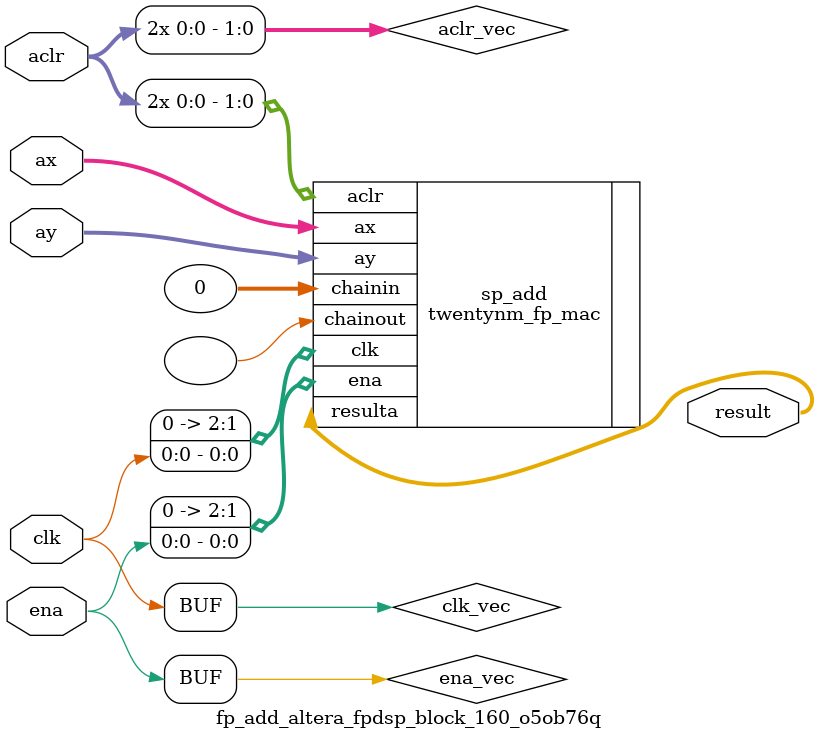
<source format=sv>
module fp_add_altera_fpdsp_block_160_o5ob76q  (
    input  wire                          clk,
    input  wire                          ena,
    input  wire                          aclr,
    input  wire [31:0]                   ax,
    input  wire [31:0]                   ay,
    output wire [31:0]                   result

	);
    wire [1-1:0] clk_vec;
    wire [1-1:0] ena_vec;
    wire [1:0]                   aclr_vec;
    assign clk_vec[0] = clk;
    assign ena_vec[0] = ena;
    assign aclr_vec[1] = aclr;
    assign aclr_vec[0] = aclr;

twentynm_fp_mac  #(
    .ax_clock("0"),
    .ay_clock("0"),
    .az_clock("NONE"),
    .output_clock("0"),
    .accumulate_clock("NONE"),
    .ax_chainin_pl_clock("NONE"),
    .accum_pipeline_clock("NONE"),
    .mult_pipeline_clock("NONE"),
    .adder_input_clock("0"),
    .accum_adder_clock("NONE"),
    .use_chainin("false"),
    .operation_mode("sp_add"),
    .adder_subtract("false")
) sp_add (
    .clk({1'b0,1'b0,clk_vec[0]}),
    .ena({1'b0,1'b0,ena_vec[0]}),
    .aclr(aclr_vec),
    .ax(ax),
    .ay(ay),

    .chainin(32'b0),
    .resulta(result),
    .chainout()
);
endmodule


</source>
